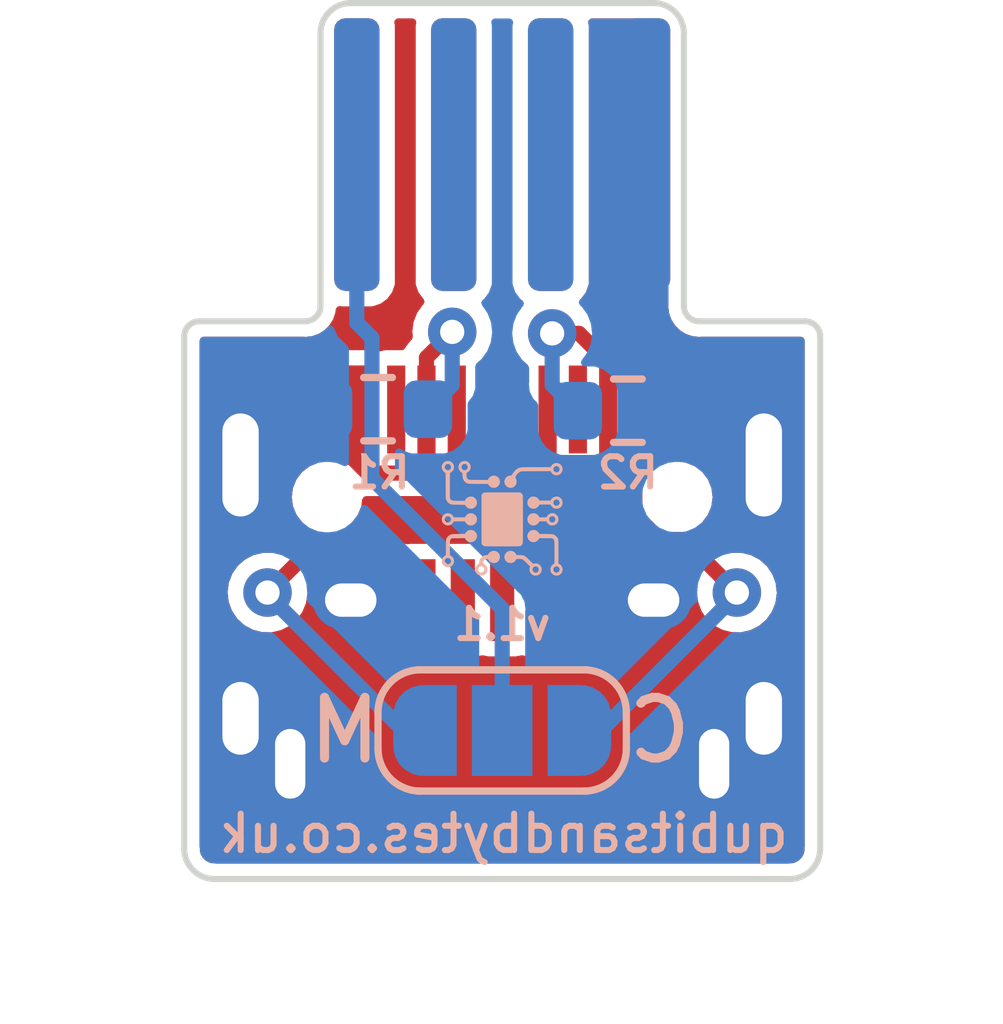
<source format=kicad_pcb>
(kicad_pcb (version 20221018) (generator pcbnew)
  (layers (0 "F.Cu" signal) (31 "B.Cu" signal) (34 "B.Paste" user) (35 "F.Paste" user) (36 "B.SilkS" user "B.Silkscreen") (37 "F.SilkS" user "F.Silkscreen") (38 "B.Mask" user) (39 "F.Mask" user) (44 "Edge.Cuts" user))
  (net 0 "")
  (net 1 "Net-(J1-Pad12)")
  (net 5 "/GND")
  (net 6 "Net-(J3-PadA5)")
  (net 10 "Net-(J3-PadB5)")
  (net 19 "Net-(J2-Pad1)")
  (net 20 "Net-(J3-PadA4)")
  (footprint "Connector_USB:USB_C_Receptacle_HRO_TYPE-C-31-M-12" (layer "F.Cu") (at 100 108.25)
    (fp_text reference "J3" hide)
    (fp_text value "USB_C_Receptacle")
    (pad "" np_thru_hole circle (at -2.89 -2.6) (size 0.65 0.65) (drill 0.65) (layers "*.Cu" "*.Mask"))
    (pad "" np_thru_hole circle (at 2.89 -2.6) (size 0.65 0.65) (drill 0.65) (layers "*.Cu" "*.Mask"))
    (pad "A1" smd rect (at -3.25 -4.045) (size 0.6 1.45) (layers "F.Cu" "F.Paste" "F.Mask") (net 5 "/GND"))
    (pad "A4" smd rect (at -2.45 -4.045) (size 0.6 1.45) (layers "F.Cu" "F.Paste" "F.Mask") (net 20 "Net-(J3-PadA4)"))
    (pad "A5" smd rect (at -1.25 -4.045) (size 0.3 1.45) (layers "F.Cu" "F.Paste" "F.Mask") (net 6 "Net-(J3-PadA5)"))
    (pad "A6" smd rect (at -0.25 -4.045) (size 0.3 1.45) (layers "F.Cu" "F.Paste" "F.Mask"))
    (pad "A7" smd rect (at 0.25 -4.045) (size 0.3 1.45) (layers "F.Cu" "F.Paste" "F.Mask"))
    (pad "A8" smd rect (at 1.25 -4.045) (size 0.3 1.45) (layers "F.Cu" "F.Paste" "F.Mask"))
    (pad "A9" smd rect (at 2.45 -4.045) (size 0.6 1.45) (layers "F.Cu" "F.Paste" "F.Mask") (net 20 "Net-(J3-PadA4)"))
    (pad "A12" smd rect (at 3.25 -4.045) (size 0.6 1.45) (layers "F.Cu" "F.Paste" "F.Mask") (net 5 "/GND"))
    (pad "B1" smd rect (at 3.25 -4.045) (size 0.6 1.45) (layers "F.Cu" "F.Paste" "F.Mask") (net 5 "/GND"))
    (pad "B4" smd rect (at 2.45 -4.045) (size 0.6 1.45) (layers "F.Cu" "F.Paste" "F.Mask") (net 20 "Net-(J3-PadA4)"))
    (pad "B5" smd rect (at 1.75 -4.045) (size 0.3 1.45) (layers "F.Cu" "F.Paste" "F.Mask") (net 10 "Net-(J3-PadB5)"))
    (pad "B6" smd rect (at 0.75 -4.045) (size 0.3 1.45) (layers "F.Cu" "F.Paste" "F.Mask"))
    (pad "B7" smd rect (at -0.75 -4.045) (size 0.3 1.45) (layers "F.Cu" "F.Paste" "F.Mask"))
    (pad "B8" smd rect (at -1.75 -4.045) (size 0.3 1.45) (layers "F.Cu" "F.Paste" "F.Mask"))
    (pad "B9" smd rect (at -2.45 -4.045) (size 0.6 1.45) (layers "F.Cu" "F.Paste" "F.Mask") (net 20 "Net-(J3-PadA4)"))
    (pad "B12" smd rect (at -3.25 -4.045) (size 0.6 1.45) (layers "F.Cu" "F.Paste" "F.Mask") (net 5 "/GND"))
    (pad "S1" thru_hole oval (at -4.32 -3.13) (size 1 2.1) (drill oval 0.6 1.7) (layers "*.Cu" "*.Mask") (net 5 "/GND"))
    (pad "S1" thru_hole oval (at -4.32 1.05) (size 1 1.6) (drill oval 0.6 1.2) (layers "*.Cu" "*.Mask") (net 5 "/GND"))
    (pad "S1" thru_hole oval (at 4.32 -3.13) (size 1 2.1) (drill oval 0.6 1.7) (layers "*.Cu" "*.Mask") (net 5 "/GND"))
    (pad "S1" thru_hole oval (at 4.32 1.05) (size 1 1.6) (drill oval 0.6 1.2) (layers "*.Cu" "*.Mask") (net 5 "/GND"))
  )
  (footprint "ds4-ext-charger:PS4 EXT" (layer "F.Cu") (at 100 100)
    (fp_text reference "J1" hide)
    (fp_text value "Conn_01x08_MountingPin" hide)
    (pad "6" smd roundrect (at 2.4 0) (size 0.75 4.5) (layers "B.Cu" "B.Paste" "B.Mask") (net 5 "/GND"))
    (pad "7" smd roundrect (at 2.4 0) (size 0.75 4.5) (layers "F.Cu" "F.Paste" "F.Mask") (net 5 "/GND"))
    (pad "8" smd roundrect (at 0.8 0) (size 0.75 4.5) (layers "B.Cu" "B.Paste" "B.Mask"))
    (pad "9" smd roundrect (at 0.8 0) (size 0.75 4.5) (layers "F.Cu" "F.Paste" "F.Mask"))
    (pad "10" smd roundrect (at -0.8 0) (size 0.75 4.5) (layers "B.Cu" "B.Paste" "B.Mask"))
    (pad "11" smd roundrect (at -0.8 0) (size 0.75 4.5) (layers "F.Cu" "F.Paste" "F.Mask"))
    (pad "12" smd roundrect (at -2.4 0) (size 0.75 4.5) (layers "B.Cu" "B.Paste" "B.Mask") (net 1 "Net-(J1-Pad12)"))
    (pad "13" smd roundrect (at -2.4 0) (size 0.75 4.5) (layers "F.Cu" "F.Paste" "F.Mask"))
  )
  (footprint "Connector_USB:USB_Micro-B_Amphenol_10118194_Horizontal" (layer "F.Cu") (at 99.9998 108.75)
    (fp_text reference "J2" hide)
    (fp_text value "USB_B_Micro")
    (pad "1" smd rect (at -1.3 -1.4) (size 0.4 1.35) (layers "F.Cu" "F.Paste" "F.Mask") (net 19 "Net-(J2-Pad1)"))
    (pad "2" smd rect (at -0.65 -1.4) (size 0.4 1.35) (layers "F.Cu" "F.Paste" "F.Mask"))
    (pad "3" smd rect (at 0 -1.4) (size 0.4 1.35) (layers "F.Cu" "F.Paste" "F.Mask"))
    (pad "4" smd rect (at 0.65 -1.4) (size 0.4 1.35) (layers "F.Cu" "F.Paste" "F.Mask"))
    (pad "5" smd rect (at 1.3 -1.4) (size 0.4 1.35) (layers "F.Cu" "F.Paste" "F.Mask") (net 5 "/GND"))
    (pad "6" thru_hole oval (at -3.5 1.3) (size 0.89 1.55) (drill oval 0.5 1.15) (layers "*.Cu" "*.Mask") (net 5 "/GND"))
    (pad "6" thru_hole oval (at -2.5 -1.4) (size 1.25 0.95) (drill oval 0.85 0.55) (layers "*.Cu" "*.Mask") (net 5 "/GND"))
    (pad "6" thru_hole oval (at 2.5 -1.4) (size 1.25 0.95) (drill oval 0.85 0.55) (layers "*.Cu" "*.Mask") (net 5 "/GND"))
    (pad "6" thru_hole oval (at 3.5 1.3) (size 0.89 1.55) (drill oval 0.5 1.15) (layers "*.Cu" "*.Mask") (net 5 "/GND"))
  )
  (footprint "Resistor_SMD:R_0603_1608Metric" (layer "B.Cu") (at 97.95 104.2)
    (fp_text reference "R1" (at 0.025 1.05) (layer "B.SilkS") (effects (font (size 0.5 0.5) (thickness 0.1)) (justify mirror)))
    (fp_text value "5.1k")
    (fp_line (start -0.237258 -0.5225) (end 0.237258 -0.5225) (stroke (width 0.12)) (layer "B.SilkS"))
    (fp_line (start -0.237258 0.5225) (end 0.237258 0.5225) (stroke (width 0.12)) (layer "B.SilkS"))
    (pad "1" smd roundrect (at -0.825 0) (size 0.8 0.95) (layers "B.Cu" "B.Paste" "B.Mask") (net 5 "/GND"))
    (pad "2" smd roundrect (at 0.825 0) (size 0.8 0.95) (layers "B.Cu" "B.Paste" "B.Mask") (net 6 "Net-(J3-PadA5)"))
  )
  (footprint "Resistor_SMD:R_0603_1608Metric" (layer "B.Cu") (at 102.075 104.225 180)
    (fp_text reference "R2" (at 0 -1.025) (layer "B.SilkS") (effects (font (size 0.5 0.5) (thickness 0.1)) (justify mirror)))
    (fp_text value "5.1k")
    (fp_line (start -0.237258 -0.5225) (end 0.237258 -0.5225) (stroke (width 0.12)) (layer "B.SilkS"))
    (fp_line (start -0.237258 0.5225) (end 0.237258 0.5225) (stroke (width 0.12)) (layer "B.SilkS"))
    (pad "1" smd roundrect (at -0.825 0 180) (size 0.8 0.95) (layers "B.Cu" "B.Paste" "B.Mask") (net 5 "/GND"))
    (pad "2" smd roundrect (at 0.825 0 180) (size 0.8 0.95) (layers "B.Cu" "B.Paste" "B.Mask") (net 10 "Net-(J3-PadB5)"))
  )
  (footprint "LOGO" (layer "B.Cu") (at 100 106 180)
    (fp_text reference "G***" hide)
    (fp_text value "LOGO" hide)
    (fp_poly (pts (xy 0.148417 0.427744) (xy 0.184745 0.427602) (xy 0.215387 0.427311) (xy 0.240875 0.426823) (xy 0.261742 0.42609) (xy 0.278517 0.425063) (xy 0.291735 0.423693) (xy 0.301925 0.421934) (xy 0.30962 0.419735) (xy 0.315352 0.417049) (xy 0.319652 0.413828) (xy 0.323053 0.410023) (xy 0.326085 0.405585) (xy 0.329281 0.400468) (xy 0.331092 0.397662) (xy 0.341818 0.381453) (xy 0.341818 -0.416612) (xy 0.331424 -0.432319) (xy 0.321617 -0.443779) (xy 0.309715 -0.453367) (xy 0.306031 -0.455472) (xy 0.302897 -0.456886) (xy 0.299218 -0.458112) (xy 0.294439 -0.459163) (xy 0.288005 -0.460056) (xy 0.279359 -0.460805) (xy 0.267946 -0.461424) (xy 0.253209 -0.46193) (xy 0.234593 -0.462337) (xy 0.211543 -0.462659) (xy 0.183501 -0.462912) (xy 0.149913 -0.463111) (xy 0.110223 -0.463271) (xy 0.063874 -0.463406) (xy 0.01031 -0.463532) (xy 0.00586 -0.463542) (xy -0.055709 -0.463618) (xy -0.11059 -0.463566) (xy -0.158637 -0.463387) (xy -0.199699 -0.463082) (xy -0.233629 -0.462653) (xy -0.260277 -0.462103) (xy -0.279494 -0.461432) (xy -0.291133 -0.460642) (xy -0.294301 -0.460144) (xy -0.31087 -0.452212) (xy -0.325792 -0.438937) (xy -0.336651 -0.422748) (xy -0.33978 -0.414402) (xy -0.340555 -0.4079) (xy -0.341224 -0.394473) (xy -0.341791 -0.374024) (xy -0.342254 -0.346456) (xy -0.342615 -0.311675) (xy -0.342874 -0.269583) (xy -0.343033 -0.220084) (xy -0.343092 -0.163083) (xy -0.343051 -0.098483) (xy -0.342912 -0.026188) (xy -0.342868 -0.009075) (xy -0.341818 0.380883) (xy -0.332831 0.395335) (xy -0.323274 0.407132) (xy -0.311391 0.417453) (xy -0.309392 0.418774) (xy -0.29494 0.427761) (xy 0 0.427761) (xy 0.056576 0.427775) (xy 0.105871 0.427785)) (fill solid) (layer "B.SilkS"))
    (fp_poly (pts (xy -0.861988 0.353691) (xy -0.85354 0.350212) (xy -0.835866 0.339284) (xy -0.819455 0.324426) (xy -0.806944 0.30818) (xy -0.803807 0.302272) (xy -0.799576 0.292987) (xy -0.614573 0.292987) (xy -0.610342 0.302272) (xy -0.597143 0.322446) (xy -0.578332 0.339357) (xy -0.555839 0.351786) (xy -0.531593 0.358513) (xy -0.520016 0.359359) (xy -0.495168 0.357423) (xy -0.474667 0.350831) (xy -0.455945 0.338563) (xy -0.446653 0.33018) (xy -0.434003 0.316565) (xy -0.42588 0.303876) (xy -0.420222 0.288841) (xy -0.419897 0.287726) (xy -0.415663 0.260502) (xy -0.418345 0.234717) (xy -0.427107 0.211224) (xy -0.441109 0.190876) (xy -0.459514 0.174525) (xy -0.481483 0.163024) (xy -0.506177 0.157225) (xy -0.53276 0.15798) (xy -0.54488 0.16062) (xy -0.567824 0.170557) (xy -0.588206 0.186102) (xy -0.603601 0.205366) (xy -0.604701 0.207294) (xy -0.615272 0.226464) (xy -0.796684 0.226576) (xy -0.810075 0.205643) (xy -0.828638 0.183116) (xy -0.85083 0.167352) (xy -0.875971 0.158598) (xy -0.903379 0.157101) (xy -0.929745 0.162262) (xy -0.953371 0.17329) (xy -0.972212 0.189453) (xy -0.986035 0.209541) (xy -0.994607 0.23234) (xy -0.997698 0.256637) (xy -0.996636 0.266584) (xy -0.948229 0.266584) (xy -0.948032 0.249062) (xy -0.941903 0.232884) (xy -0.930701 0.219517) (xy -0.915287 0.210424) (xy -0.89654 0.207073) (xy -0.881817 0.209316) (xy -0.868161 0.214849) (xy -0.867982 0.214957) (xy -0.854407 0.227441) (xy -0.846461 0.243725) (xy -0.844587 0.261764) (xy -0.84923 0.279515) (xy -0.852669 0.285573) (xy -0.866716 0.300636) (xy -0.883296 0.30905) (xy -0.900936 0.310841) (xy -0.918165 0.306034) (xy -0.933511 0.294657) (xy -0.941636 0.283985) (xy -0.948229 0.266584) (xy -0.996636 0.266584) (xy -0.995074 0.281221) (xy -0.986503 0.304879) (xy -0.971754 0.326399) (xy -0.962854 0.335227) (xy -0.94046 0.349959) (xy -0.915136 0.358091) (xy -0.888454 0.359407)) (fill solid) (layer "B.SilkS"))
    (fp_poly (pts (xy -0.804446 0.082373) (xy -0.780951 0.072538) (xy -0.759831 0.057752) (xy -0.743223 0.039327) (xy -0.737964 0.030542) (xy -0.730355 0.015626) (xy -0.614267 0.015626) (xy -0.609493 0.027151) (xy -0.600711 0.041525) (xy -0.586991 0.056387) (xy -0.570681 0.069405) (xy -0.561338 0.074996) (xy -0.547649 0.080452) (xy -0.531672 0.083095) (xy -0.51761 0.083604) (xy -0.489557 0.080505) (xy -0.465465 0.070859) (xy -0.444972 0.054437) (xy -0.427718 0.031006) (xy -0.423563 0.023439) (xy -0.418243 0.006918) (xy -0.416226 -0.013566) (xy -0.417462 -0.034919) (xy -0.421901 -0.054046) (xy -0.424917 -0.061076) (xy -0.440638 -0.083901) (xy -0.460445 -0.101206) (xy -0.48313 -0.112796) (xy -0.507484 -0.118475) (xy -0.532301 -0.118049) (xy -0.55637 -0.111322) (xy -0.578485 -0.0981) (xy -0.589659 -0.087684) (xy -0.599188 -0.07653) (xy -0.606901 -0.066059) (xy -0.610126 -0.060544) (xy -0.614573 -0.050784) (xy -0.730355 -0.050784) (xy -0.738017 -0.065804) (xy -0.752824 -0.086654) (xy -0.772783 -0.102907) (xy -0.796267 -0.113847) (xy -0.821647 -0.118758) (xy -0.847295 -0.116925) (xy -0.851808 -0.115825) (xy -0.878621 -0.104904) (xy -0.900298 -0.088677) (xy -0.916333 -0.068094) (xy -0.926217 -0.044104) (xy -0.929443 -0.017656) (xy -0.929432 -0.017579) (xy -0.878931 -0.017579) (xy -0.875513 -0.036417) (xy -0.866253 -0.051751) (xy -0.85264 -0.062778) (xy -0.836163 -0.068694) (xy -0.818313 -0.068695) (xy -0.800578 -0.061976) (xy -0.798783 -0.060848) (xy -0.785989 -0.048283) (xy -0.778148 -0.031896) (xy -0.775776 -0.01397) (xy -0.779392 0.003212) (xy -0.782812 0.009645) (xy -0.796074 0.02401) (xy -0.811832 0.032169) (xy -0.828649 0.034527) (xy -0.845088 0.031493) (xy -0.859712 0.023472) (xy -0.871084 0.010872) (xy -0.877768 -0.005901) (xy -0.878931 -0.017579) (xy -0.929432 -0.017579) (xy -0.925502 0.010299) (xy -0.923232 0.017722) (xy -0.911998 0.039399) (xy -0.894897 0.058332) (xy -0.873707 0.073245) (xy -0.850203 0.082865) (xy -0.828176 0.085943)) (fill solid) (layer "B.SilkS"))
    (fp_poly (pts (xy 0.913539 0.083629) (xy 0.934235 0.077228) (xy 0.954762 0.065606) (xy 0.9723 0.05062) (xy 0.981389 0.03896) (xy 0.99375 0.01238) (xy 0.998524 -0.014398) (xy 0.995776 -0.040627) (xy 0.985573 -0.065561) (xy 0.970172 -0.08617) (xy 0.948396 -0.104047) (xy 0.923476 -0.115119) (xy 0.896594 -0.11909) (xy 0.868929 -0.115663) (xy 0.861599 -0.113471) (xy 0.848258 -0.106694) (xy 0.833451 -0.095738) (xy 0.819511 -0.082698) (xy 0.808771 -0.06967) (xy 0.804675 -0.062355) (xy 0.799883 -0.050784) (xy 0.614267 -0.050784) (xy 0.609656 -0.061917) (xy 0.602319 -0.073767) (xy 0.590499 -0.087037) (xy 0.576589 -0.099436) (xy 0.562981 -0.108673) (xy 0.558628 -0.110778) (xy 0.537682 -0.116828) (xy 0.515241 -0.119036) (xy 0.495191 -0.117024) (xy 0.495021 -0.116983) (xy 0.468219 -0.10661) (xy 0.445823 -0.089825) (xy 0.428112 -0.066852) (xy 0.424917 -0.061076) (xy 0.419058 -0.043949) (xy 0.41638 -0.023211) (xy 0.416531 -0.017403) (xy 0.84452 -0.017403) (xy 0.84818 -0.03531) (xy 0.851594 -0.04203) (xy 0.864577 -0.057267) (xy 0.880561 -0.066686) (xy 0.897948 -0.069733) (xy 0.915139 -0.065853) (xy 0.917243 -0.064828) (xy 0.934366 -0.052231) (xy 0.944845 -0.035926) (xy 0.948014 -0.022706) (xy 0.946593 -0.003433) (xy 0.939018 0.012825) (xy 0.926656 0.025162) (xy 0.910877 0.032672) (xy 0.893048 0.03445) (xy 0.874537 0.02959) (xy 0.871388 0.02802) (xy 0.856655 0.016141) (xy 0.847522 0.000374) (xy 0.84452 -0.017403) (xy 0.416531 -0.017403) (xy 0.416934 -0.001955) (xy 0.420768 0.016724) (xy 0.423563 0.023439) (xy 0.436052 0.044051) (xy 0.45005 0.059245) (xy 0.467774 0.071384) (xy 0.469286 0.072221) (xy 0.492172 0.080971) (xy 0.517167 0.08423) (xy 0.541709 0.081922) (xy 0.561338 0.074996) (xy 0.578073 0.064017) (xy 0.593526 0.049894) (xy 0.605348 0.034961) (xy 0.609493 0.027151) (xy 0.614267 0.015626) (xy 0.706572 0.015757) (xy 0.798877 0.015887) (xy 0.810597 0.036244) (xy 0.82658 0.056519) (xy 0.847577 0.071861) (xy 0.87202 0.081549) (xy 0.898343 0.084862)) (fill solid) (layer "B.SilkS"))
    (fp_poly (pts (xy -0.108715 -0.540636) (xy -0.08628 -0.55071) (xy -0.066745 -0.565629) (xy -0.051142 -0.584673) (xy -0.040501 -0.607125) (xy -0.035853 -0.632267) (xy -0.036429 -0.648863) (xy -0.043161 -0.674742) (xy -0.056277 -0.698265) (xy -0.074575 -0.717762) (xy -0.095622 -0.731017) (xy -0.112965 -0.736044) (xy -0.134271 -0.738093) (xy -0.156235 -0.737047) (xy -0.17264 -0.733733) (xy -0.188353 -0.72626) (xy -0.204716 -0.714085) (xy -0.219014 -0.699556) (xy -0.228219 -0.685692) (xy -0.234756 -0.671916) (xy -0.278264 -0.671916) (xy -0.299253 -0.672191) (xy -0.314383 -0.673182) (xy -0.325592 -0.675142) (xy -0.334819 -0.678323) (xy -0.337655 -0.679632) (xy -0.345576 -0.684921) (xy -0.357761 -0.694862) (xy -0.373082 -0.708455) (xy -0.390407 -0.7247) (xy -0.407177 -0.74116) (xy -0.460816 -0.794971) (xy -0.454748 -0.814503) (xy -0.450248 -0.841372) (xy -0.452908 -0.867792) (xy -0.462121 -0.892469) (xy -0.477279 -0.914112) (xy -0.497776 -0.931427) (xy -0.51358 -0.939711) (xy -0.532783 -0.944504) (xy -0.555353 -0.945234) (xy -0.578075 -0.942043) (xy -0.59574 -0.93606) (xy -0.61935 -0.921052) (xy -0.636702 -0.901408) (xy -0.647667 -0.877342) (xy -0.652114 -0.849068) (xy -0.652212 -0.843802) (xy -0.652039 -0.842137) (xy -0.603493 -0.842137) (xy -0.60188 -0.860662) (xy -0.593609 -0.876953) (xy -0.579194 -0.88958) (xy -0.572632 -0.89294) (xy -0.559149 -0.897418) (xy -0.547185 -0.897351) (xy -0.533344 -0.892566) (xy -0.529501 -0.890763) (xy -0.51306 -0.879049) (xy -0.503131 -0.863224) (xy -0.500045 -0.845152) (xy -0.503288 -0.82627) (xy -0.512008 -0.81133) (xy -0.524752 -0.800662) (xy -0.54007 -0.794598) (xy -0.556509 -0.79347) (xy -0.572616 -0.797609) (xy -0.586941 -0.807347) (xy -0.597931 -0.822808) (xy -0.603493 -0.842137) (xy -0.652039 -0.842137) (xy -0.64946 -0.817243) (xy -0.640781 -0.794828) (xy -0.625544 -0.774957) (xy -0.624745 -0.774148) (xy -0.602588 -0.756934) (xy -0.5777 -0.746415) (xy -0.551352 -0.742967) (xy -0.528891 -0.745843) (xy -0.510527 -0.750467) (xy -0.449531 -0.6899) (xy -0.425565 -0.666315) (xy -0.405835 -0.647737) (xy -0.389158 -0.63355) (xy -0.374345 -0.623137) (xy -0.360212 -0.615882) (xy -0.345573 -0.611168) (xy -0.32924 -0.608379) (xy -0.310029 -0.606898) (xy -0.288425 -0.606151) (xy -0.235033 -0.604771) (xy -0.230411 -0.593613) (xy -0.221928 -0.579756) (xy -0.20865 -0.565285) (xy -0.192992 -0.552596) (xy -0.183118 -0.54666) (xy -0.158165 -0.537893) (xy -0.13302 -0.536124)) (fill solid) (layer "B.SilkS"))
    (fp_poly (pts (xy 0.148832 -0.53646) (xy 0.171471 -0.542204) (xy 0.193248 -0.553193) (xy 0.212151 -0.56802) (xy 0.22617 -0.585278) (xy 0.230358 -0.593484) (xy 0.233288 -0.59926) (xy 0.237448 -0.602746) (xy 0.244812 -0.604721) (xy 0.257354 -0.605963) (xy 0.26298 -0.606345) (xy 0.293598 -0.611947) (xy 0.320562 -0.624082) (xy 0.343183 -0.642054) (xy 0.360773 -0.66517) (xy 0.372646 -0.692732) (xy 0.378015 -0.722588) (xy 0.379282 -0.73695) (xy 0.381075 -0.745536) (xy 0.384228 -0.750374) (xy 0.389575 -0.753494) (xy 0.390961 -0.754082) (xy 0.40485 -0.762606) (xy 0.419207 -0.775862) (xy 0.43159 -0.791333) (xy 0.437928 -0.802468) (xy 0.44441 -0.825307) (xy 0.445108 -0.850449) (xy 0.440446 -0.875689) (xy 0.430848 -0.898821) (xy 0.416738 -0.917641) (xy 0.415559 -0.918772) (xy 0.395559 -0.932635) (xy 0.371588 -0.941676) (xy 0.345911 -0.945508) (xy 0.320792 -0.943743) (xy 0.302666 -0.938061) (xy 0.279735 -0.923819) (xy 0.262365 -0.905227) (xy 0.250603 -0.883469) (xy 0.244494 -0.859728) (xy 0.244249 -0.845152) (xy 0.293001 -0.845152) (xy 0.296518 -0.864347) (xy 0.306891 -0.879957) (xy 0.322158 -0.890689) (xy 0.336165 -0.896592) (xy 0.347391 -0.898039) (xy 0.35933 -0.895227) (xy 0.364726 -0.893106) (xy 0.380725 -0.88245) (xy 0.392262 -0.866733) (xy 0.396817 -0.8533) (xy 0.396272 -0.83829) (xy 0.390552 -0.822142) (xy 0.381089 -0.807891) (xy 0.371573 -0.799769) (xy 0.353954 -0.793386) (xy 0.336118 -0.793744) (xy 0.319585 -0.799964) (xy 0.305875 -0.811168) (xy 0.296508 -0.826479) (xy 0.293002 -0.84502) (xy 0.293001 -0.845152) (xy 0.244249 -0.845152) (xy 0.244082 -0.835187) (xy 0.249415 -0.811029) (xy 0.260536 -0.788438) (xy 0.277491 -0.768596) (xy 0.295664 -0.755275) (xy 0.305942 -0.748922) (xy 0.310996 -0.74373) (xy 0.312356 -0.736933) (xy 0.311624 -0.726479) (xy 0.306167 -0.705142) (xy 0.294786 -0.688564) (xy 0.278189 -0.677374) (xy 0.257084 -0.672201) (xy 0.25022 -0.671916) (xy 0.239738 -0.672692) (xy 0.233347 -0.676392) (xy 0.22779 -0.68507) (xy 0.227014 -0.686566) (xy 0.211664 -0.708311) (xy 0.191215 -0.724432) (xy 0.166392 -0.734516) (xy 0.137915 -0.73815) (xy 0.136727 -0.738155) (xy 0.108375 -0.734692) (xy 0.083805 -0.724417) (xy 0.063297 -0.707501) (xy 0.04713 -0.684115) (xy 0.046511 -0.682917) (xy 0.037787 -0.658043) (xy 0.036056 -0.632963) (xy 0.040599 -0.608707) (xy 0.050694 -0.586307) (xy 0.065622 -0.566794) (xy 0.084661 -0.551199) (xy 0.107092 -0.540554) (xy 0.132194 -0.53589)) (fill solid) (layer "B.SilkS"))
    (fp_poly (pts (xy 0.535372 -0.192985) (xy 0.545768 -0.194996) (xy 0.565257 -0.203371) (xy 0.584139 -0.216796) (xy 0.59947 -0.232986) (xy 0.60435 -0.240431) (xy 0.613005 -0.255875) (xy 0.721567 -0.258076) (xy 0.753954 -0.25877) (xy 0.779578 -0.259449) (xy 0.799487 -0.260199) (xy 0.81473 -0.261109) (xy 0.826356 -0.262267) (xy 0.835413 -0.263761) (xy 0.842951 -0.265678) (xy 0.850017 -0.268107) (xy 0.852478 -0.269057) (xy 0.877004 -0.282541) (xy 0.898728 -0.30188) (xy 0.915581 -0.325152) (xy 0.918211 -0.33016) (xy 0.920813 -0.335607) (xy 0.922903 -0.340842) (xy 0.924546 -0.346768) (xy 0.925807 -0.354285) (xy 0.926749 -0.364295) (xy 0.927438 -0.377698) (xy 0.927938 -0.395395) (xy 0.928313 -0.418287) (xy 0.928629 -0.447276) (xy 0.928918 -0.479519) (xy 0.930044 -0.609406) (xy 0.944544 -0.616865) (xy 0.966449 -0.632303) (xy 0.983114 -0.652727) (xy 0.993937 -0.676832) (xy 0.998315 -0.703316) (xy 0.996161 -0.728531) (xy 0.987082 -0.75355) (xy 0.971252 -0.775641) (xy 0.949542 -0.79361) (xy 0.94824 -0.794427) (xy 0.928709 -0.802885) (xy 0.90567 -0.807378) (xy 0.882333 -0.807574) (xy 0.86235 -0.803309) (xy 0.837246 -0.789929) (xy 0.816959 -0.770543) (xy 0.802023 -0.745678) (xy 0.800568 -0.742233) (xy 0.796777 -0.726526) (xy 0.795578 -0.706955) (xy 0.796169 -0.698164) (xy 0.844745 -0.698164) (xy 0.844771 -0.715039) (xy 0.850462 -0.730484) (xy 0.860762 -0.74344) (xy 0.87461 -0.752848) (xy 0.890948 -0.75765) (xy 0.908719 -0.756786) (xy 0.922298 -0.75181) (xy 0.936585 -0.740379) (xy 0.945589 -0.724746) (xy 0.948763 -0.706928) (xy 0.945555 -0.68894) (xy 0.941636 -0.680918) (xy 0.929027 -0.665874) (xy 0.913204 -0.657695) (xy 0.89654 -0.655639) (xy 0.87709 -0.658566) (xy 0.86186 -0.667793) (xy 0.851443 -0.680918) (xy 0.844745 -0.698164) (xy 0.796169 -0.698164) (xy 0.796919 -0.68701) (xy 0.800744 -0.670179) (xy 0.801703 -0.667726) (xy 0.812517 -0.649284) (xy 0.827732 -0.632049) (xy 0.844676 -0.618931) (xy 0.848315 -0.616916) (xy 0.863334 -0.609254) (xy 0.863334 -0.489991) (xy 0.863305 -0.454663) (xy 0.863133 -0.426244) (xy 0.862687 -0.403829) (xy 0.86184 -0.386514) (xy 0.860462 -0.373396) (xy 0.858424 -0.363569) (xy 0.855597 -0.356131) (xy 0.851852 -0.350176) (xy 0.84706 -0.3448) (xy 0.841912 -0.339865) (xy 0.831466 -0.330098) (xy 0.72278 -0.32895) (xy 0.614094 -0.327801) (xy 0.604917 -0.344393) (xy 0.589263 -0.365278) (xy 0.569305 -0.380619) (xy 0.54636 -0.390299) (xy 0.521746 -0.3942) (xy 0.496782 -0.392204) (xy 0.472783 -0.384194) (xy 0.451069 -0.370051) (xy 0.440152 -0.359123) (xy 0.428433 -0.341645) (xy 0.419471 -0.321026) (xy 0.414596 -0.300645) (xy 0.414088 -0.292987) (xy 0.417609 -0.269864) (xy 0.427278 -0.246684) (xy 0.441756 -0.225621) (xy 0.459701 -0.208844) (xy 0.469892 -0.202569) (xy 0.489601 -0.195675) (xy 0.51268 -0.192356)) (fill solid) (layer "B.SilkS"))
    (fp_poly (pts (xy 0.65065 0.941483) (xy 0.667158 0.935297) (xy 0.689028 0.920415) (xy 0.705543 0.901052) (xy 0.716527 0.878522) (xy 0.721805 0.854139) (xy 0.721201 0.829216) (xy 0.71454 0.805067) (xy 0.701646 0.783007) (xy 0.689245 0.769882) (xy 0.67863 0.761368) (xy 0.66871 0.754689) (xy 0.665576 0.753023) (xy 0.660886 0.750284) (xy 0.658111 0.746128) (xy 0.656754 0.738702) (xy 0.656318 0.726152) (xy 0.65629 0.718359) (xy 0.653637 0.680276) (xy 0.645598 0.647745) (xy 0.632055 0.620546) (xy 0.612891 0.598463) (xy 0.587987 0.581275) (xy 0.580114 0.577377) (xy 0.575149 0.575173) (xy 0.57022 0.573357) (xy 0.564542 0.571884) (xy 0.557333 0.570712) (xy 0.547807 0.569796) (xy 0.53518 0.569094) (xy 0.518669 0.568562) (xy 0.497488 0.568155) (xy 0.470854 0.567832) (xy 0.437982 0.567548) (xy 0.398089 0.56726) (xy 0.397705 0.567257) (xy 0.234828 0.56612) (xy 0.227053 0.553584) (xy 0.213768 0.536307) (xy 0.19751 0.521269) (xy 0.180954 0.510905) (xy 0.179378 0.510216) (xy 0.161942 0.505029) (xy 0.142075 0.502228) (xy 0.123447 0.502186) (xy 0.114585 0.503593) (xy 0.089938 0.513567) (xy 0.068833 0.529391) (xy 0.052198 0.549748) (xy 0.04096 0.573319) (xy 0.036048 0.598788) (xy 0.036523 0.614436) (xy 0.043111 0.640952) (xy 0.055417 0.663372) (xy 0.072334 0.681341) (xy 0.092749 0.694503) (xy 0.115553 0.702502) (xy 0.139636 0.704982) (xy 0.163888 0.701586) (xy 0.187199 0.69196) (xy 0.208459 0.675747) (xy 0.212978 0.671009) (xy 0.222437 0.659499) (xy 0.229693 0.648848) (xy 0.232935 0.64202) (xy 0.2353 0.6326) (xy 0.392776 0.633702) (xy 0.432037 0.63399) (xy 0.464246 0.63428) (xy 0.490164 0.634612) (xy 0.510549 0.635029) (xy 0.526164 0.635571) (xy 0.537768 0.636279) (xy 0.546122 0.637196) (xy 0.551986 0.638363) (xy 0.556121 0.639821) (xy 0.559288 0.641611) (xy 0.561035 0.642859) (xy 0.572451 0.652449) (xy 0.580131 0.662271) (xy 0.584919 0.674307) (xy 0.587658 0.690534) (xy 0.588969 0.708372) (xy 0.590909 0.745456) (xy 0.575244 0.753447) (xy 0.559648 0.764088) (xy 0.544503 0.778946) (xy 0.531991 0.79553) (xy 0.524295 0.811347) (xy 0.524157 0.811795) (xy 0.519338 0.840213) (xy 0.520201 0.84995) (xy 0.568809 0.84995) (xy 0.570342 0.832102) (xy 0.578931 0.814417) (xy 0.5922 0.801673) (xy 0.608568 0.794481) (xy 0.626455 0.793446) (xy 0.64428 0.799177) (xy 0.648819 0.801924) (xy 0.662829 0.814689) (xy 0.670169 0.830346) (xy 0.671844 0.845755) (xy 0.668347 0.864901) (xy 0.658442 0.880918) (xy 0.643465 0.891969) (xy 0.627742 0.89752) (xy 0.613511 0.897408) (xy 0.600102 0.893075) (xy 0.584617 0.882723) (xy 0.573854 0.867666) (xy 0.568809 0.84995) (xy 0.520201 0.84995) (xy 0.521751 0.867433) (xy 0.530938 0.892414) (xy 0.546437 0.914119) (xy 0.567788 0.931507) (xy 0.580114 0.938076) (xy 0.601764 0.944265) (xy 0.626272 0.945369)) (fill solid) (layer "B.SilkS"))
    (fp_poly (pts (xy -0.876839 0.910578) (xy -0.850877 0.902034) (xy -0.848084 0.90064) (xy -0.838469 0.893893) (xy -0.827112 0.883446) (xy -0.816034 0.871469) (xy -0.807256 0.860134) (xy -0.802964 0.852184) (xy -0.800304 0.843802) (xy -0.563248 0.843744) (xy -0.511228 0.843717) (xy -0.466379 0.84363) (xy -0.428059 0.843434) (xy -0.395627 0.843081) (xy -0.36844 0.84252) (xy -0.345857 0.841702) (xy -0.327236 0.84058) (xy -0.311935 0.839102) (xy -0.299312 0.837221) (xy -0.288726 0.834887) (xy -0.279534 0.832051) (xy -0.271095 0.828664) (xy -0.262766 0.824677) (xy -0.253954 0.820065) (xy -0.227909 0.802296) (xy -0.202686 0.777418) (xy -0.178967 0.746133) (xy -0.172721 0.736373) (xy -0.163362 0.721618) (xy -0.156665 0.712472) (xy -0.151451 0.707738) (xy -0.146543 0.706224) (xy -0.143132 0.706377) (xy -0.129402 0.705653) (xy -0.112143 0.701429) (xy -0.094251 0.694652) (xy -0.078622 0.686268) (xy -0.075927 0.684414) (xy -0.061116 0.669864) (xy -0.048465 0.650384) (xy -0.039586 0.628838) (xy -0.036523 0.614436) (xy -0.037093 0.588476) (xy -0.044379 0.564271) (xy -0.057344 0.542736) (xy -0.074954 0.524786) (xy -0.096175 0.511336) (xy -0.11997 0.503302) (xy -0.145305 0.5016) (xy -0.16127 0.504109) (xy -0.181674 0.51104) (xy -0.198398 0.521593) (xy -0.2126 0.535368) (xy -0.226063 0.55266) (xy -0.234095 0.569844) (xy -0.237756 0.589771) (xy -0.238296 0.604555) (xy -0.237235 0.62347) (xy -0.23336 0.639358) (xy -0.225629 0.655574) (xy -0.219203 0.666086) (xy -0.217141 0.670793) (xy -0.217511 0.676422) (xy -0.22085 0.684705) (xy -0.227693 0.697372) (xy -0.230293 0.701909) (xy -0.25037 0.730987) (xy -0.273072 0.752946) (xy -0.296415 0.767089) (xy -0.300268 0.768795) (xy -0.304296 0.770254) (xy -0.309114 0.77149) (xy -0.315337 0.772524) (xy -0.323582 0.773378) (xy -0.334465 0.774076) (xy -0.348601 0.774639) (xy -0.366606 0.775089) (xy -0.389097 0.775449) (xy -0.416689 0.775741) (xy -0.449997 0.775988) (xy -0.489638 0.776211) (xy -0.536228 0.776433) (xy -0.557131 0.776528) (xy -0.799789 0.777617) (xy -0.80461 0.765979) (xy -0.810284 0.756146) (xy -0.819068 0.744716) (xy -0.823413 0.739943) (xy -0.844922 0.723034) (xy -0.869511 0.71257) (xy -0.895712 0.708776) (xy -0.922055 0.711875) (xy -0.94566 0.721287) (xy -0.967053 0.737313) (xy -0.983474 0.757974) (xy -0.99423 0.781766) (xy -0.998633 0.807186) (xy -0.997933 0.814431) (xy -0.948371 0.814431) (xy -0.947059 0.798133) (xy -0.940754 0.783232) (xy -0.93031 0.770864) (xy -0.916579 0.762165) (xy -0.900411 0.758273) (xy -0.882661 0.760325) (xy -0.871388 0.764997) (xy -0.856655 0.776876) (xy -0.847522 0.792644) (xy -0.84452 0.810421) (xy -0.84818 0.828327) (xy -0.851594 0.835048) (xy -0.865005 0.850809) (xy -0.8812 0.860043) (xy -0.898798 0.862551) (xy -0.916417 0.858136) (xy -0.932609 0.846667) (xy -0.943838 0.830988) (xy -0.948371 0.814431) (xy -0.997933 0.814431) (xy -0.996278 0.83157) (xy -0.986401 0.857588) (xy -0.970991 0.879175) (xy -0.951189 0.895799) (xy -0.928136 0.906929) (xy -0.902972 0.912032)) (fill solid) (layer "B.SilkS"))
    (fp_poly (pts (xy -0.501415 -0.19348) (xy -0.479486 -0.198563) (xy -0.469892 -0.202569) (xy -0.45068 -0.216279) (xy -0.434244 -0.235398) (xy -0.421922 -0.257756) (xy -0.415057 -0.281179) (xy -0.414088 -0.292987) (xy -0.416854 -0.312263) (xy -0.424266 -0.333194) (xy -0.434992 -0.352399) (xy -0.440152 -0.359123) (xy -0.460595 -0.377256) (xy -0.484843 -0.389113) (xy -0.511569 -0.394306) (xy -0.539445 -0.392448) (xy -0.547787 -0.390471) (xy -0.566032 -0.382349) (xy -0.584094 -0.369168) (xy -0.599132 -0.353213) (xy -0.604822 -0.344565) (xy -0.613904 -0.328145) (xy -0.718509 -0.328145) (xy -0.749842 -0.328165) (xy -0.774348 -0.328275) (xy -0.793012 -0.328549) (xy -0.806822 -0.329062) (xy -0.816762 -0.329886) (xy -0.823819 -0.331097) (xy -0.828978 -0.332769) (xy -0.833227 -0.334976) (xy -0.836388 -0.337013) (xy -0.842304 -0.341003) (xy -0.847284 -0.344857) (xy -0.851409 -0.349246) (xy -0.854758 -0.354843) (xy -0.857412 -0.362321) (xy -0.859453 -0.372352) (xy -0.86096 -0.385609) (xy -0.862015 -0.402765) (xy -0.862698 -0.424492) (xy -0.863091 -0.451463) (xy -0.863273 -0.484351) (xy -0.863325 -0.523828) (xy -0.863328 -0.561558) (xy -0.863298 -0.605798) (xy -0.863194 -0.642817) (xy -0.862998 -0.673206) (xy -0.862695 -0.697556) (xy -0.862267 -0.71646) (xy -0.861698 -0.730509) (xy -0.860972 -0.740294) (xy -0.860072 -0.746406) (xy -0.858982 -0.749438) (xy -0.858036 -0.750046) (xy -0.852205 -0.752284) (xy -0.842721 -0.758055) (xy -0.834916 -0.763654) (xy -0.816166 -0.782661) (xy -0.803156 -0.805856) (xy -0.796305 -0.831707) (xy -0.796031 -0.858683) (xy -0.802157 -0.883735) (xy -0.811563 -0.90046) (xy -0.825872 -0.916876) (xy -0.842724 -0.930748) (xy -0.859756 -0.939842) (xy -0.862413 -0.940727) (xy -0.879467 -0.943999) (xy -0.899146 -0.945045) (xy -0.918296 -0.94391) (xy -0.933763 -0.940641) (xy -0.936365 -0.939637) (xy -0.952633 -0.929782) (xy -0.968844 -0.915355) (xy -0.982553 -0.898866) (xy -0.991046 -0.883535) (xy -0.997247 -0.857885) (xy -0.997187 -0.852222) (xy -0.948186 -0.852222) (xy -0.941718 -0.869488) (xy -0.94041 -0.871546) (xy -0.926526 -0.886367) (xy -0.909743 -0.894898) (xy -0.891603 -0.896771) (xy -0.873644 -0.891617) (xy -0.868594 -0.888693) (xy -0.85993 -0.880947) (xy -0.85187 -0.870644) (xy -0.851443 -0.869958) (xy -0.844948 -0.852693) (xy -0.84521 -0.835224) (xy -0.851357 -0.819039) (xy -0.862519 -0.805624) (xy -0.877823 -0.796464) (xy -0.896399 -0.793047) (xy -0.89654 -0.793047) (xy -0.915344 -0.796388) (xy -0.930728 -0.805439) (xy -0.941874 -0.818736) (xy -0.947966 -0.834818) (xy -0.948186 -0.852222) (xy -0.997187 -0.852222) (xy -0.996973 -0.831882) (xy -0.990744 -0.806999) (xy -0.979082 -0.784708) (xy -0.962506 -0.766481) (xy -0.945835 -0.755707) (xy -0.930059 -0.748093) (xy -0.927791 -0.353537) (xy -0.918487 -0.33295) (xy -0.906843 -0.31393) (xy -0.89021 -0.295355) (xy -0.870951 -0.27945) (xy -0.85143 -0.268436) (xy -0.848824 -0.267416) (xy -0.841965 -0.265294) (xy -0.833542 -0.26359) (xy -0.822567 -0.262236) (xy -0.80805 -0.261165) (xy -0.789005 -0.26031) (xy -0.764442 -0.259604) (xy -0.733373 -0.25898) (xy -0.721794 -0.258784) (xy -0.613458 -0.25702) (xy -0.604599 -0.241004) (xy -0.591578 -0.223859) (xy -0.573668 -0.208671) (xy -0.553787 -0.197723) (xy -0.545768 -0.194996) (xy -0.524762 -0.192166)) (fill solid) (layer "B.SilkS"))
    (fp_poly (pts (xy 0.919519 0.943749) (xy 0.938179 0.93811) (xy 0.955561 0.927294) (xy 0.966415 0.918015) (xy 0.983569 0.897177) (xy 0.994272 0.87306) (xy 0.998284 0.847122) (xy 0.995366 0.820822) (xy 0.986196 0.797263) (xy 0.978587 0.785898) (xy 0.968306 0.77386) (xy 0.957068 0.762801) (xy 0.946584 0.754371) (xy 0.938567 0.750222) (xy 0.93721 0.750046) (xy 0.936602 0.746257) (xy 0.935991 0.735363) (xy 0.93539 0.718069) (xy 0.934814 0.695082) (xy 0.934277 0.66711) (xy 0.933793 0.634859) (xy 0.933377 0.599035) (xy 0.933043 0.560347) (xy 0.932888 0.536166) (xy 0.931698 0.322285) (xy 0.920333 0.297673) (xy 0.905769 0.273694) (xy 0.886423 0.252982) (xy 0.864171 0.237355) (xy 0.852569 0.232028) (xy 0.845989 0.229907) (xy 0.838091 0.228212) (xy 0.827889 0.22688) (xy 0.814395 0.225844) (xy 0.796624 0.225041) (xy 0.773589 0.224406) (xy 0.744304 0.223874) (xy 0.72389 0.223585) (xy 0.613745 0.222129) (xy 0.603959 0.205432) (xy 0.587696 0.185022) (xy 0.566646 0.169714) (xy 0.542378 0.160065) (xy 0.51646 0.156633) (xy 0.49046 0.159973) (xy 0.482806 0.162405) (xy 0.457838 0.175458) (xy 0.438117 0.194106) (xy 0.424171 0.217718) (xy 0.417339 0.240745) (xy 0.415557 0.268184) (xy 0.42106 0.293101) (xy 0.434012 0.315997) (xy 0.446653 0.33018) (xy 0.465442 0.3456) (xy 0.484751 0.354842) (xy 0.507151 0.358929) (xy 0.520016 0.359359) (xy 0.545908 0.355554) (xy 0.570191 0.344826) (xy 0.591485 0.328061) (xy 0.608408 0.306145) (xy 0.611393 0.300747) (xy 0.617426 0.28908) (xy 0.715965 0.289166) (xy 0.750596 0.28933) (xy 0.778339 0.289879) (xy 0.800116 0.290999) (xy 0.816849 0.292874) (xy 0.829462 0.295689) (xy 0.838875 0.299631) (xy 0.846012 0.304883) (xy 0.851794 0.311633) (xy 0.855426 0.317175) (xy 0.857148 0.320228) (xy 0.858599 0.323703) (xy 0.859803 0.328255) (xy 0.860782 0.334538) (xy 0.86156 0.343208) (xy 0.86216 0.354918) (xy 0.862605 0.370324) (xy 0.862918 0.390079) (xy 0.863123 0.414839) (xy 0.863242 0.445258) (xy 0.8633 0.481989) (xy 0.863318 0.525689) (xy 0.86332 0.539809) (xy 0.863314 0.585623) (xy 0.863276 0.624245) (xy 0.863184 0.656297) (xy 0.863017 0.682402) (xy 0.862752 0.703181) (xy 0.862367 0.719256) (xy 0.861842 0.731248) (xy 0.861154 0.739779) (xy 0.860282 0.745471) (xy 0.859204 0.748945) (xy 0.857898 0.750824) (xy 0.856343 0.751728) (xy 0.855918 0.751874) (xy 0.84089 0.759667) (xy 0.825505 0.772695) (xy 0.812055 0.78884) (xy 0.806875 0.797225) (xy 0.799909 0.811786) (xy 0.796457 0.824983) (xy 0.795483 0.841051) (xy 0.795486 0.843802) (xy 0.7963 0.852693) (xy 0.844948 0.852693) (xy 0.84521 0.835224) (xy 0.851357 0.819039) (xy 0.862519 0.805624) (xy 0.877823 0.796464) (xy 0.896399 0.793047) (xy 0.89654 0.793047) (xy 0.91023 0.794974) (xy 0.922981 0.799685) (xy 0.924198 0.800384) (xy 0.936275 0.811662) (xy 0.945192 0.827401) (xy 0.949206 0.844377) (xy 0.949277 0.846744) (xy 0.945931 0.861059) (xy 0.937092 0.875582) (xy 0.924562 0.887719) (xy 0.917947 0.891843) (xy 0.90014 0.897026) (xy 0.882291 0.895035) (xy 0.865883 0.886355) (xy 0.852397 0.871477) (xy 0.851443 0.869958) (xy 0.844948 0.852693) (xy 0.7963 0.852693) (xy 0.797757 0.868609) (xy 0.804944 0.889356) (xy 0.81809 0.908766) (xy 0.822051 0.913311) (xy 0.842166 0.930741) (xy 0.865177 0.941263) (xy 0.89206 0.945299) (xy 0.896622 0.945371)) (fill solid) (layer "B.SilkS"))
  )
  (footprint "Jumper:SolderJumper-3_P1.3mm_Open_RoundedPad1.0x1.5mm_NumberLabels" (layer "B.Cu") (at 100 109.5 180)
    (fp_text reference "JP1" hide)
    (fp_text value "SolderJumper_3_Open")
    (fp_text user "C" (at -2.6 0) (layer "B.SilkS") (effects (justify mirror)))
    (fp_text user "M" (at 2.6 0) (layer "B.SilkS") (effects (justify mirror)))
    (fp_line (start -2.05 -0.3) (end -2.05 0.3) (stroke (width 0.12)) (layer "B.SilkS"))
    (fp_line (start -1.4 1) (end 1.4 1) (stroke (width 0.12)) (layer "B.SilkS"))
    (fp_line (start 1.4 -1) (end -1.4 -1) (stroke (width 0.12)) (layer "B.SilkS"))
    (fp_line (start 2.05 0.3) (end 2.05 -0.3) (stroke (width 0.12)) (layer "B.SilkS"))
    (fp_arc (start -2.05 -0.3) (mid -1.844975 -0.794975) (end -1.35 -1) (stroke (width 0.12)) (layer "B.SilkS"))
    (fp_arc (start -1.35 1) (mid -1.844975 0.794975) (end -2.05 0.3) (stroke (width 0.12)) (layer "B.SilkS"))
    (fp_arc (start 1.35 -1) (mid 1.844975 -0.794975) (end 2.05 -0.3) (stroke (width 0.12)) (layer "B.SilkS"))
    (fp_arc (start 2.05 0.3) (mid 1.844975 0.794975) (end 1.35 1) (stroke (width 0.12)) (layer "B.SilkS"))
    (pad "1" smd custom (at -1.3 0 180) (size 1 0.5) (layers "B.Cu" "B.Mask") (net 20 "Net-(J3-PadA4)") (options (clearance outline) (anchor rect)) (primitives (gr_circle (center 0 -0.25) (end 0.5 -0.25) (width 0) (fill yes)) (gr_circle (center 0 0.25) (end 0.5 0.25) (width 0) (fill yes)) (gr_poly (pts (xy 0.55 -0.75) (xy 0 -0.75) (xy 0 0.75) (xy 0.55 0.75)) (width 0) (fill yes))))
    (pad "2" smd rect (at 0 0 180) (size 1 1.5) (layers "B.Cu" "B.Mask") (net 1 "Net-(J1-Pad12)"))
    (pad "3" smd custom (at 1.3 0 180) (size 1 0.5) (layers "B.Cu" "B.Mask") (net 19 "Net-(J2-Pad1)") (options (clearance outline) (anchor rect)) (primitives (gr_circle (center 0 -0.25) (end 0.5 -0.25) (width 0) (fill yes)) (gr_circle (center 0 0.25) (end 0.5 0.25) (width 0) (fill yes)) (gr_poly (pts (xy 0 -0.75) (xy -0.55 -0.75) (xy -0.55 0.75) (xy 0 0.75)) (width 0) (fill yes))))
  )
  (gr_line (start 94.75 103) (end 94.75 111.45) (stroke (width 0.1)) (layer "Edge.Cuts"))
  (gr_line (start 97.5 97.5) (end 102.5 97.5) (stroke (width 0.1)) (layer "Edge.Cuts"))
  (gr_arc (start 94.75 103) (mid 94.823223 102.823223) (end 95 102.75) (stroke (width 0.1)) (layer "Edge.Cuts"))
  (gr_arc (start 97 102.5) (mid 96.926777 102.676777) (end 96.75 102.75) (stroke (width 0.1)) (layer "Edge.Cuts"))
  (gr_arc (start 97 98) (mid 97.146447 97.646447) (end 97.5 97.5) (stroke (width 0.1)) (layer "Edge.Cuts"))
  (gr_arc (start 105 102.75) (mid 105.176777 102.823223) (end 105.25 103) (stroke (width 0.1)) (layer "Edge.Cuts"))
  (gr_arc (start 105.25 111.45) (mid 105.103553 111.803553) (end 104.75 111.95) (stroke (width 0.1)) (layer "Edge.Cuts"))
  (gr_arc (start 103.25 102.75) (mid 103.073223 102.676777) (end 103 102.5) (stroke (width 0.1)) (layer "Edge.Cuts"))
  (gr_line (start 103 98) (end 103 102.5) (stroke (width 0.1)) (layer "Edge.Cuts"))
  (gr_arc (start 102.5 97.5) (mid 102.853553 97.646447) (end 103 98) (stroke (width 0.1)) (layer "Edge.Cuts"))
  (gr_line (start 97 98) (end 97 102.5) (stroke (width 0.1)) (layer "Edge.Cuts"))
  (gr_arc (start 95.25 111.95) (mid 94.896447 111.803553) (end 94.75 111.45) (stroke (width 0.1)) (layer "Edge.Cuts"))
  (gr_line (start 105.25 103) (end 105.25 111.45) (stroke (width 0.1)) (layer "Edge.Cuts"))
  (gr_line (start 103.25 102.75) (end 105 102.75) (stroke (width 0.1)) (layer "Edge.Cuts"))
  (gr_line (start 95.25 111.95) (end 104.75 111.95) (stroke (width 0.1)) (layer "Edge.Cuts"))
  (gr_line (start 95 102.75) (end 96.75 102.75) (stroke (width 0.1)) (layer "Edge.Cuts"))
  (gr_text "v1.1" (at 100 107.75) (layer "B.SilkS") (effects (font (size 0.5 0.5) (thickness 0.1)) (justify mirror)))
  (gr_text "qubitsandbytes.co.uk" (at 100.025 111.2) (layer "B.SilkS") (effects (font (size 0.6 0.6) (thickness 0.1)) (justify mirror)))
  (segment (start 97.84952 103.02452) (end 97.6 102.775) (width 0.25) (layer "B.Cu") (net 1))
  (segment (start 97.6 100) (end 97.809521 100.209521) (width 0.25) (layer "B.Cu") (net 1))
  (segment (start 100 109.5) (end 100 107.491783) (width 0.25) (layer "B.Cu") (net 1))
  (segment (start 97.55 100.05) (end 97.6 100) (width 0.25) (layer "B.Cu") (net 1))
  (segment (start 97.84952 105.341303) (end 97.84952 103.02452) (width 0.25) (layer "B.Cu") (net 1))
  (segment (start 97.6 102.775) (end 97.6 100) (width 0.25) (layer "B.Cu") (net 1))
  (segment (start 100 107.491783) (end 97.84952 105.341303) (width 0.25) (layer "B.Cu") (net 1))
  (segment (start 98.75 103.35) (end 99.175 102.925) (width 0.25) (layer "F.Cu") (net 6))
  (segment (start 98.75 103.35) (end 98.75 104.455) (width 0.25) (layer "F.Cu") (net 6))
  (via (at 99.175 102.925) (size 0.8) (drill 0.4) (layers "F.Cu" "B.Cu") (net 6))
  (segment (start 99.175 102.925) (end 99.175 103.8) (width 0.25) (layer "B.Cu") (net 6))
  (segment (start 99.175 103.8) (end 98.775 104.2) (width 0.25) (layer "B.Cu") (net 6))
  (segment (start 101.269022 102.95) (end 101.75 103.430978) (width 0.25) (layer "F.Cu") (net 10))
  (segment (start 101.75 103.430978) (end 101.75 104.455) (width 0.25) (layer "F.Cu") (net 10))
  (segment (start 100.825 102.95) (end 101.269022 102.95) (width 0.25) (layer "F.Cu") (net 10))
  (via (at 100.825 102.95) (size 0.8) (drill 0.4) (layers "F.Cu" "B.Cu") (net 10))
  (segment (start 100.825 103.8) (end 101.25 104.225) (width 0.25) (layer "B.Cu") (net 10))
  (segment (start 100.825 102.95) (end 100.825 103.8) (width 0.25) (layer "B.Cu") (net 10))
  (segment (start 96.125 107.225) (end 96.79952 106.55048) (width 0.25) (layer "F.Cu") (net 19))
  (segment (start 97.980972 106.55048) (end 98.6998 107.269308) (width 0.25) (layer "F.Cu") (net 19))
  (segment (start 98.6998 107.519308) (end 98.6998 107.6) (width 0.25) (layer "F.Cu") (net 19))
  (segment (start 98.6998 107.269308) (end 98.6998 107.35) (width 0.25) (layer "F.Cu") (net 19))
  (segment (start 96.79952 106.55048) (end 97.980972 106.55048) (width 0.25) (layer "F.Cu") (net 19))
  (via (at 96.125 107.225) (size 0.8) (drill 0.4) (layers "F.Cu" "B.Cu") (net 19))
  (segment (start 96.125 107.255892) (end 96.125 107.225) (width 0.25) (layer "B.Cu") (net 19))
  (segment (start 98.7 110) (end 98.425 110) (width 0.25) (layer "B.Cu") (net 19))
  (segment (start 98.369108 109.5) (end 96.125 107.255892) (width 0.25) (layer "B.Cu") (net 19))
  (segment (start 98.7 109.5) (end 98.369108 109.5) (width 0.25) (layer "B.Cu") (net 19))
  (segment (start 102.190479 105.939752) (end 102.190479 105.288543) (width 0.25) (layer "F.Cu") (net 20))
  (segment (start 102.999521 106.349521) (end 102.600248 106.349521) (width 0.25) (layer "F.Cu") (net 20))
  (segment (start 102.224511 105.254511) (end 102.45 105.029022) (width 0.25) (layer "F.Cu") (net 20))
  (segment (start 97.55 105.029022) (end 97.775489 105.254511) (width 0.25) (layer "F.Cu") (net 20))
  (segment (start 103.875 107.225) (end 102.999521 106.349521) (width 0.25) (layer "F.Cu") (net 20))
  (segment (start 97.775489 105.254511) (end 102.224511 105.254511) (width 0.25) (layer "F.Cu") (net 20))
  (segment (start 102.45 105.029022) (end 102.45 104.205) (width 0.25) (layer "F.Cu") (net 20))
  (segment (start 102.600248 106.349521) (end 102.190479 105.939752) (width 0.25) (layer "F.Cu") (net 20))
  (segment (start 97.55 104.205) (end 97.55 105.029022) (width 0.25) (layer "F.Cu") (net 20))
  (via (at 103.875 107.225) (size 0.8) (drill 0.4) (layers "F.Cu" "B.Cu") (net 20))
  (segment (start 101.3 109.5) (end 101.630492 109.5) (width 0.25) (layer "B.Cu") (net 20))
  (segment (start 101.3 110) (end 101.55 110) (width 0.25) (layer "B.Cu") (net 20))
  (segment (start 103.875 107.425) (end 103.875 107.225) (width 0.25) (layer "B.Cu") (net 20))
  (segment (start 103.875 107.255492) (end 103.875 107.225) (width 0.25) (layer "B.Cu") (net 20))
  (segment (start 101.630492 109.5) (end 103.875 107.255492) (width 0.25) (layer "B.Cu") (net 20))
  (zone (net 5) (net_name "/GND") (layer "F.Cu") (connect_pads yes (clearance 0.254)) (min_thickness 0.127) (fill yes (thermal_gap 0.508) (thermal_bridge_width 0.508))
    (polygon (pts (xy 105.25 111.925) (xy 94.675 111.95) (xy 94.762336 97.474897) (xy 105.262336 97.474897)))
  )
  (zone (net 5) (net_name "/GND") (layers "F&B.Cu") (connect_pads yes (clearance 0.254)) (min_thickness 0.127) (fill yes (thermal_gap 0.508) (thermal_bridge_width 0.508))
    (polygon (pts (xy 105.25 111.95) (xy 94.675 111.95) (xy 94.775 97.475) (xy 105.275 97.475)))
  )
)
</source>
